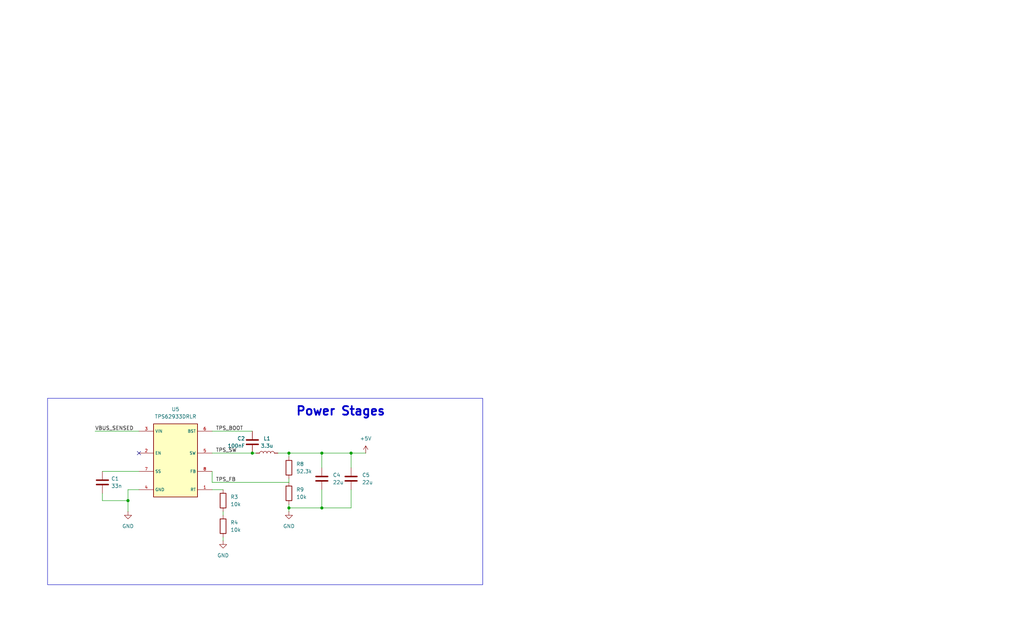
<source format=kicad_sch>
(kicad_sch (version 20250114) (generator "eeschema") (generator_version "9.0")
  (paper "USLegal")
  (title_block (title "RotoPD") (rev "V1.0") (company "CentyLab"))
  (lib_symbols
    (symbol "Device:C" (pin_numbers (hide yes)) (pin_names (offset 0.254))
      (property "Reference" "C" (at 0.635 2.54 0))
      (property "Value" "C" (at 0.635 -2.54 0))
      (symbol "C_0_1"
        (polyline (pts (xy -2.032 0.762) (xy 2.032 0.762)) (stroke (width 0.508)))
        (polyline (pts (xy -2.032 -0.762) (xy 2.032 -0.762)) (stroke (width 0.508)))
      )
      (symbol "C_1_1"
        (pin passive line (at 0 3.81 270) (length 2.794) (name "~") (number "1"))
        (pin passive line (at 0 -3.81 90) (length 2.794) (name "~") (number "2"))
      )
    )
    (symbol "Device:L" (pin_numbers (hide yes)) (pin_names (offset 1.016) (hide yes))
      (property "Reference" "L" (at -1.27 0 90))
      (property "Value" "L" (at 1.905 0 90))
      (symbol "L_0_1"
        (arc (start 0 2.54) (mid 0.6323 1.905) (end 0 1.27))
        (arc (start 0 1.27) (mid 0.6323 0.635) (end 0 0))
        (arc (start 0 0) (mid 0.6323 -0.635) (end 0 -1.27))
        (arc (start 0 -1.27) (mid 0.6323 -1.905) (end 0 -2.54))
      )
      (symbol "L_1_1"
        (pin passive line (at 0 3.81 270) (length 1.27) (name "1") (number "1"))
        (pin passive line (at 0 -3.81 90) (length 1.27) (name "2") (number "2"))
      )
    )
    (symbol "Device:R" (pin_numbers (hide yes)) (pin_names (offset 0))
      (property "Reference" "R" (at 2.032 0 90))
      (property "Value" "R" (at 0 0 90))
      (symbol "R_0_1"
        (rectangle (start -1.016 -2.54) (end 1.016 2.54) (stroke (width 0.254)))
      )
      (symbol "R_1_1"
        (pin passive line (at 0 3.81 270) (length 1.27) (name "~") (number "1"))
        (pin passive line (at 0 -3.81 90) (length 1.27) (name "~") (number "2"))
      )
    )
    (symbol "Symbols:TPS62933DRLR"
      (property "Reference" "U2" (at 0 17.78 0))
      (property "Value" "TPS62933DRLR" (at 0 15.24 0))
      (symbol "TPS62933DRLR_0_0"
        (rectangle (start -7.62 12.7) (end 7.62 -12.7) (stroke (width 0.254)) (fill (type background)))
        (pin input line (at -12.7 10.16 0) (length 5.08) (name "VIN") (number "3"))
        (pin input line (at -12.7 2.54 0) (length 5.08) (name "EN") (number "2"))
        (pin power_in line (at -12.7 -10.16 0) (length 5.08) (name "GND") (number "4"))
        (pin power_in line (at 12.7 10.16 180) (length 5.08) (name "BST") (number "6"))
        (pin output line (at 12.7 2.54 180) (length 5.08) (name "SW") (number "5"))
        (pin input line (at 12.7 -3.81 180) (length 5.08) (name "FB") (number "8"))
        (pin input line (at 12.7 -10.16 180) (length 5.08) (name "RT") (number "1"))
      )
      (symbol "TPS62933DRLR_1_0"
        (pin output line (at -12.7 -3.81 0) (length 5.08) (name "SS") (number "7"))
      )
    )
    (symbol "power:+5V" (power) (pin_numbers (hide yes)) (pin_names (offset 0) (hide yes))
      (property "Value" "+5V" (at 0 3.556 0))
      (symbol "+5V_0_1"
        (polyline (pts (xy -0.762 1.27) (xy 0 2.54)))
        (polyline (pts (xy 0 2.54) (xy 0.762 1.27)))
        (polyline (pts (xy 0 0) (xy 0 2.54)))
      )
      (symbol "+5V_1_1"
        (pin power_in line (at 0 0 90) (length 0) (name "~") (number "1"))
      )
    )
    (symbol "power:GND" (power) (pin_numbers (hide yes)) (pin_names (offset 0) (hide yes))
      (property "Value" "GND" (at 0 -3.81 0))
      (symbol "GND_0_1"
        (polyline (pts (xy 0 0) (xy 0 -1.27) (xy 1.27 -1.27) (xy 0 -2.54) (xy -1.27 -1.27) (xy 0 -1.27)))
      )
      (symbol "GND_1_1"
        (pin power_in line (at 0 0 270) (length 0) (name "~") (number "1"))
      )
    )
  )
  (rectangle (start 16.51 138.43) (end 167.64 203.2))
  (text "Power Stages" (at 102.616 144.78 0) (effects (font (size 3 3) (thickness 0.6) (bold yes)) (justify left bottom)))
  (junction (at 111.76 157.48))
  (junction (at 121.92 157.48))
  (junction (at 87.63 157.48))
  (junction (at 44.45 173.99))
  (junction (at 111.76 176.53))
  (junction (at 100.33 157.48))
  (junction (at 100.33 176.53))
  (no_connect (at 48.26 157.48))
  (wire (pts (xy 73.66 149.86) (xy 87.63 149.86)))
  (wire (pts (xy 44.45 170.18) (xy 48.26 170.18)))
  (wire (pts (xy 111.76 170.18) (xy 111.76 176.53)))
  (wire (pts (xy 77.47 186.69) (xy 77.47 187.96)))
  (wire (pts (xy 73.66 167.64) (xy 73.66 163.83)))
  (wire (pts (xy 100.33 157.48) (xy 111.76 157.48)))
  (wire (pts (xy 77.47 177.8) (xy 77.47 179.07)))
  (wire (pts (xy 111.76 157.48) (xy 111.76 162.56)))
  (wire (pts (xy 44.45 173.99) (xy 35.56 173.99)))
  (wire (pts (xy 87.63 157.48) (xy 88.9 157.48)))
  (wire (pts (xy 127 157.48) (xy 121.92 157.48)))
  (wire (pts (xy 73.66 170.18) (xy 77.47 170.18)))
  (wire (pts (xy 100.33 157.48) (xy 100.33 158.75)))
  (wire (pts (xy 100.33 176.53) (xy 111.76 176.53)))
  (wire (pts (xy 73.66 167.64) (xy 100.33 167.64)))
  (wire (pts (xy 73.66 157.48) (xy 87.63 157.48)))
  (wire (pts (xy 121.92 176.53) (xy 111.76 176.53)))
  (wire (pts (xy 100.33 175.26) (xy 100.33 176.53)))
  (wire (pts (xy 35.56 163.83) (xy 48.26 163.83)))
  (wire (pts (xy 35.56 173.99) (xy 35.56 171.45)))
  (wire (pts (xy 100.33 167.64) (xy 100.33 166.37)))
  (wire (pts (xy 33.02 149.86) (xy 48.26 149.86)))
  (wire (pts (xy 100.33 176.53) (xy 100.33 177.8)))
  (wire (pts (xy 96.52 157.48) (xy 100.33 157.48)))
  (wire (pts (xy 44.45 177.8) (xy 44.45 173.99)))
  (wire (pts (xy 121.92 157.48) (xy 121.92 162.56)))
  (wire (pts (xy 121.92 170.18) (xy 121.92 176.53)))
  (wire (pts (xy 44.45 173.99) (xy 44.45 170.18)))
  (wire (pts (xy 121.92 157.48) (xy 111.76 157.48)))
  (label "TPS_SW" (at 74.93 157.48 0))
  (label "TPS_FB" (at 74.93 167.64 0))
  (label "TPS_BOOT" (at 74.93 149.86 0))
  (label "VBUS_SENSED" (at 33.02 149.86 0))
  (symbol (lib_id "Device:R") (at 100.33 162.56 0) (unit 1)
    (property "Reference" "R8" (at 102.87 161.2899 0) (effects (justify left)))
    (property "Value" "52.3k" (at 102.87 163.8299 0) (effects (justify left)))
    (property "Footprint" "Resistor_SMD:R_0402_1005Metric" (effects (hide yes)))
    (property "Description" "Resistor" (effects (hide yes)))
    (property "LCSC" "C103091" (effects (hide yes)))
  )
  (symbol (lib_id "Device:R") (at 77.47 182.88 0) (unit 1)
    (property "Reference" "R4" (at 80.01 181.6099 0) (effects (justify left)))
    (property "Value" "10k" (at 80.01 184.1499 0) (effects (justify left)))
    (property "Footprint" "Resistor_SMD:R_0402_1005Metric" (effects (hide yes)))
    (property "Description" "Resistor" (effects (hide yes)))
    (property "LCSC" "C25744" (effects (hide yes)))
  )
  (symbol (lib_id "Device:C") (at 121.92 166.37 0) (unit 1)
    (property "Reference" "C5" (at 125.73 165.0999 0) (effects (justify left)))
    (property "Value" "22u" (at 125.73 167.6399 0) (effects (justify left)))
    (property "Footprint" "Capacitor_SMD:C_0805_2012Metric" (effects (hide yes)))
    (property "Description" "Unpolarized capacitor" (effects (hide yes)))
    (property "LCSC" "C45783" (effects (hide yes)))
  )
  (symbol (lib_id "Device:L") (at 92.71 157.48 90) (unit 1)
    (property "Reference" "L1" (at 92.71 152.4 90))
    (property "Value" "3.3u" (at 92.71 154.94 90))
    (property "Footprint" "Inductor_SMD:L_Bourns_SRP7028A_7.3x6.6mm" (effects (hide yes)))
    (property "Description" "Inductor" (effects (hide yes)))
  )
  (symbol (lib_id "power:GND") (at 100.33 177.8 0) (unit 1)
    (property "Reference" "#PWR011" (effects (hide yes)))
    (property "Value" "GND" (at 100.33 182.88 0))
    (property "Description" "Power symbol creates a global label with name \"GND\" , ground" (effects (hide yes)))
  )
  (symbol (lib_id "Device:R") (at 100.33 171.45 0) (unit 1)
    (property "Reference" "R9" (at 102.87 170.1799 0) (effects (justify left)))
    (property "Value" "10k" (at 102.87 172.7199 0) (effects (justify left)))
    (property "Footprint" "Resistor_SMD:R_0402_1005Metric" (effects (hide yes)))
    (property "Description" "Resistor" (effects (hide yes)))
    (property "LCSC" "C25744" (effects (hide yes)))
  )
  (symbol (lib_id "Symbols:TPS62933DRLR") (at 60.96 160.02 0) (unit 1)
    (property "Reference" "U5" (at 60.96 142.24 0))
    (property "Value" "TPS62933DRLR" (at 60.96 144.78 0))
    (property "Footprint" "Footprints:SOTFL50P160X60-8N" (effects (hide yes)))
    (property "Datasheet" "https://www.lcsc.com/datasheet/lcsc_datasheet_2302220500_Texas-Instruments-TPS62933DRLR_C3200405.pdf" (effects (hide yes)))
    (property "Description" "Buck 3.8V~30V 3A 800mV~22V" (effects (hide yes)))
  )
  (symbol (lib_id "Device:C") (at 87.63 153.67 0) (mirror y) (unit 1)
    (property "Reference" "C2" (at 85.09 152.4 0) (effects (justify left)))
    (property "Value" "100nF" (at 85.09 154.94 0) (effects (justify left)))
    (property "Footprint" "Capacitor_SMD:C_0402_1005Metric" (effects (hide yes)))
    (property "Description" "Unpolarized capacitor" (effects (hide yes)))
    (property "LCSC" "C1525" (effects (hide yes)))
  )
  (symbol (lib_id "power:GND") (at 77.47 187.96 0) (unit 1)
    (property "Reference" "#PWR06" (effects (hide yes)))
    (property "Value" "GND" (at 77.47 193.04 0))
    (property "Description" "Power symbol creates a global label with name \"GND\" , ground" (effects (hide yes)))
  )
  (symbol (lib_id "Device:R") (at 77.47 173.99 0) (unit 1)
    (property "Reference" "R3" (at 80.01 172.7199 0) (effects (justify left)))
    (property "Value" "10k" (at 80.01 175.2599 0) (effects (justify left)))
    (property "Footprint" "Resistor_SMD:R_0402_1005Metric" (effects (hide yes)))
    (property "Description" "Resistor" (effects (hide yes)))
    (property "LCSC" "C25744" (effects (hide yes)))
  )
  (symbol (lib_id "power:+5V") (at 127 157.48 0) (unit 1)
    (property "Reference" "#PWR012" (effects (hide yes)))
    (property "Value" "+5V" (at 127 152.4 0))
    (property "Description" "Power symbol creates a global label with name \"+5V\"" (effects (hide yes)))
  )
  (symbol (lib_id "power:GND") (at 44.45 177.8 0) (unit 1)
    (property "Reference" "#PWR04" (effects (hide yes)))
    (property "Value" "GND" (at 44.45 182.88 0))
    (property "Description" "Power symbol creates a global label with name \"GND\" , ground" (effects (hide yes)))
  )
  (symbol (lib_id "Device:C") (at 35.56 167.64 0) (unit 1)
    (property "Reference" "C1" (at 38.608 166.37 0) (effects (justify left)))
    (property "Value" "33n" (at 38.608 168.91 0) (effects (justify left)))
    (property "Footprint" "Capacitor_SMD:C_0603_1608Metric" (effects (hide yes)))
    (property "Description" "Unpolarized capacitor" (effects (hide yes)))
    (property "LCSC" "C21117 " (effects (hide yes)))
  )
  (symbol (lib_id "Device:C") (at 111.76 166.37 0) (unit 1)
    (property "Reference" "C4" (at 115.57 165.0999 0) (effects (justify left)))
    (property "Value" "22u" (at 115.57 167.6399 0) (effects (justify left)))
    (property "Footprint" "Capacitor_SMD:C_0805_2012Metric" (effects (hide yes)))
    (property "Description" "Unpolarized capacitor" (effects (hide yes)))
    (property "LCSC" "C45783" (effects (hide yes)))
  )
)
</source>
